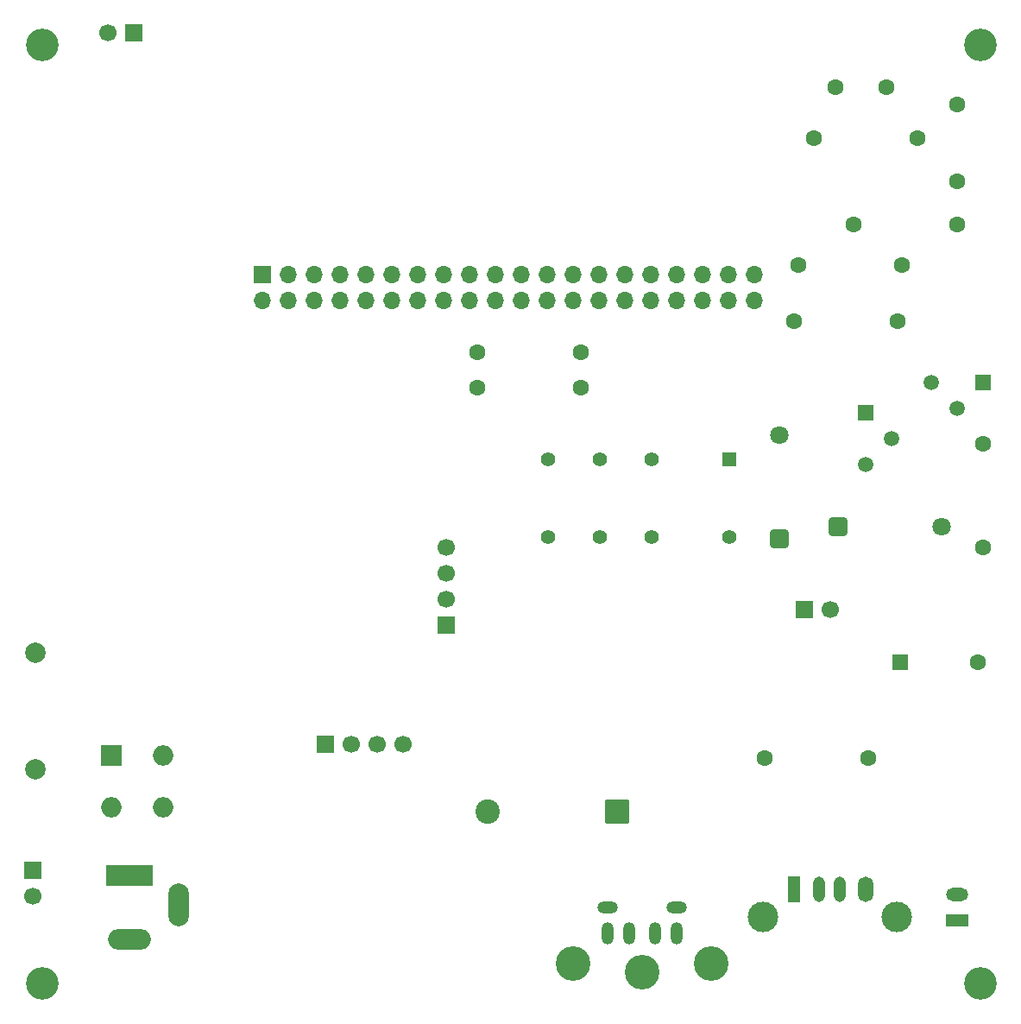
<source format=gbr>
%TF.GenerationSoftware,KiCad,Pcbnew,9.0.2*%
%TF.CreationDate,2025-10-25T15:21:40+02:00*%
%TF.ProjectId,VT100,50695a65-726f-45f5-9654-3130302e6b69,rev?*%
%TF.SameCoordinates,PX5e9ac00PYa0ca1c0*%
%TF.FileFunction,Soldermask,Bot*%
%TF.FilePolarity,Negative*%
%FSLAX46Y46*%
G04 Gerber Fmt 4.6, Leading zero omitted, Abs format (unit mm)*
G04 Created by KiCad (PCBNEW 9.0.2) date 2025-10-25 15:21:40*
%MOMM*%
%LPD*%
G01*
G04 APERTURE LIST*
G04 Aperture macros list*
%AMRoundRect*
0 Rectangle with rounded corners*
0 $1 Rounding radius*
0 $2 $3 $4 $5 $6 $7 $8 $9 X,Y pos of 4 corners*
0 Add a 4 corners polygon primitive as box body*
4,1,4,$2,$3,$4,$5,$6,$7,$8,$9,$2,$3,0*
0 Add four circle primitives for the rounded corners*
1,1,$1+$1,$2,$3*
1,1,$1+$1,$4,$5*
1,1,$1+$1,$6,$7*
1,1,$1+$1,$8,$9*
0 Add four rect primitives between the rounded corners*
20,1,$1+$1,$2,$3,$4,$5,0*
20,1,$1+$1,$4,$5,$6,$7,0*
20,1,$1+$1,$6,$7,$8,$9,0*
20,1,$1+$1,$8,$9,$2,$3,0*%
G04 Aperture macros list end*
%ADD10C,2.000000*%
%ADD11RoundRect,0.250000X-0.650000X-0.650000X0.650000X-0.650000X0.650000X0.650000X-0.650000X0.650000X0*%
%ADD12C,1.800000*%
%ADD13RoundRect,0.250000X0.650000X-0.650000X0.650000X0.650000X-0.650000X0.650000X-0.650000X-0.650000X0*%
%ADD14R,1.700000X1.700000*%
%ADD15C,1.700000*%
%ADD16O,1.700000X1.700000*%
%ADD17C,3.200000*%
%ADD18R,1.500000X1.500000*%
%ADD19C,1.500000*%
%ADD20C,1.600000*%
%ADD21O,1.200000X2.200000*%
%ADD22O,2.000000X1.200000*%
%ADD23C,3.400000*%
%ADD24R,2.200000X1.300000*%
%ADD25O,2.200000X1.300000*%
%ADD26R,4.600000X2.000000*%
%ADD27O,4.200000X2.000000*%
%ADD28O,2.000000X4.200000*%
%ADD29R,1.400000X1.400000*%
%ADD30C,1.400000*%
%ADD31R,1.600000X1.600000*%
%ADD32R,2.000000X2.000000*%
%ADD33O,2.000000X2.000000*%
%ADD34RoundRect,0.250001X0.949999X0.949999X-0.949999X0.949999X-0.949999X-0.949999X0.949999X-0.949999X0*%
%ADD35C,2.400000*%
%ADD36R,1.300000X2.500000*%
%ADD37O,1.200000X2.500000*%
%ADD38O,1.500000X2.500000*%
%ADD39C,3.000000*%
G04 APERTURE END LIST*
D10*
%TO.C,F1*%
X3300000Y24700000D03*
X3300000Y36100000D03*
%TD*%
D11*
%TO.C,D5*%
X82040000Y48500000D03*
D12*
X92200000Y48500000D03*
%TD*%
D13*
%TO.C,D4*%
X76340000Y47330000D03*
D12*
X76340000Y57490000D03*
%TD*%
D14*
%TO.C,J8*%
X12975000Y96900000D03*
D15*
X10435000Y96900000D03*
%TD*%
D14*
%TO.C,J1*%
X25570000Y73200000D03*
D16*
X25570000Y70660000D03*
X28110000Y73200000D03*
X28110000Y70660000D03*
X30650000Y73200000D03*
X30650000Y70660000D03*
X33190000Y73200000D03*
X33190000Y70660000D03*
X35730000Y73200000D03*
X35730000Y70660000D03*
X38270000Y73200000D03*
X38270000Y70660000D03*
X40810000Y73200000D03*
X40810000Y70660000D03*
X43350000Y73200000D03*
X43350000Y70660000D03*
X45890000Y73200000D03*
X45890000Y70660000D03*
X48430000Y73200000D03*
X48430000Y70660000D03*
X50970000Y73200000D03*
X50970000Y70660000D03*
X53510000Y73200000D03*
X53510000Y70660000D03*
X56050000Y73200000D03*
X56050000Y70660000D03*
X58590000Y73200000D03*
X58590000Y70660000D03*
X61130000Y73200000D03*
X61130000Y70660000D03*
X63670000Y73200000D03*
X63670000Y70660000D03*
X66210000Y73200000D03*
X66210000Y70660000D03*
X68750000Y73200000D03*
X68750000Y70660000D03*
X71290000Y73200000D03*
X71290000Y70660000D03*
X73830000Y73200000D03*
X73830000Y70660000D03*
%TD*%
D17*
%TO.C,H3*%
X4050000Y3700000D03*
%TD*%
D14*
%TO.C,J2*%
X31760000Y27150000D03*
D15*
X34300000Y27150000D03*
X36840000Y27150000D03*
X39380000Y27150000D03*
%TD*%
D18*
%TO.C,Q1*%
X84800000Y59680000D03*
D19*
X87340000Y57140000D03*
X84800000Y54600000D03*
%TD*%
D20*
%TO.C,C6*%
X93800000Y89850000D03*
X93800000Y82350000D03*
%TD*%
%TO.C,C5*%
X86800000Y91600000D03*
X81800000Y91600000D03*
%TD*%
D21*
%TO.C,J4*%
X64150000Y8600000D03*
X61550000Y8600000D03*
X66250000Y8600000D03*
X59450000Y8600000D03*
D22*
X66250000Y11100000D03*
X59450000Y11100000D03*
D23*
X69600000Y5600000D03*
X56100000Y5600000D03*
X62850000Y4800000D03*
%TD*%
D24*
%TO.C,D2*%
X93800000Y9830000D03*
D25*
X93800000Y12370000D03*
%TD*%
D18*
%TO.C,Q2*%
X96300000Y62600000D03*
D19*
X93760000Y60060000D03*
X91220000Y62600000D03*
%TD*%
D20*
%TO.C,R8*%
X79720000Y86600000D03*
X89880000Y86600000D03*
%TD*%
%TO.C,R3*%
X56880000Y65600000D03*
X46720000Y65600000D03*
%TD*%
D17*
%TO.C,H2*%
X96050000Y95700000D03*
%TD*%
%TO.C,H1*%
X4050000Y95700000D03*
%TD*%
D26*
%TO.C,J3*%
X12550000Y14300000D03*
D27*
X12550000Y8000000D03*
D28*
X17350000Y11400000D03*
%TD*%
D29*
%TO.C,K1*%
X71420000Y55100000D03*
D30*
X63800000Y55100000D03*
X58720000Y55100000D03*
X53640000Y55100000D03*
X53640000Y47480000D03*
X58720000Y47480000D03*
X63800000Y47480000D03*
X71420000Y47480000D03*
%TD*%
D20*
%TO.C,R4*%
X77720000Y68600000D03*
X87880000Y68600000D03*
%TD*%
D14*
%TO.C,J5*%
X78775000Y40350000D03*
D15*
X81315000Y40350000D03*
%TD*%
D31*
%TO.C,BZ1*%
X88150000Y35200000D03*
D20*
X95750000Y35200000D03*
%TD*%
D32*
%TO.C,D1*%
X10750000Y26030000D03*
D33*
X10750000Y20950000D03*
X15830000Y20950000D03*
X15830000Y26030000D03*
%TD*%
D34*
%TO.C,D3*%
X60400000Y20550000D03*
D35*
X47700000Y20550000D03*
%TD*%
D20*
%TO.C,R1*%
X74870000Y25800000D03*
X85030000Y25800000D03*
%TD*%
%TO.C,R10*%
X96300000Y56600000D03*
X96300000Y46440000D03*
%TD*%
D14*
%TO.C,J7*%
X43600000Y38850000D03*
D15*
X43600000Y41390000D03*
X43600000Y43930000D03*
X43600000Y46470000D03*
%TD*%
D20*
%TO.C,R9*%
X93800000Y78100000D03*
X83640000Y78100000D03*
%TD*%
D36*
%TO.C,J6*%
X77750000Y12940000D03*
D37*
X80250000Y12940000D03*
X82250000Y12940000D03*
D38*
X84750000Y12940000D03*
D39*
X74680000Y10230000D03*
X87820000Y10230000D03*
%TD*%
D20*
%TO.C,R2*%
X46720000Y62100000D03*
X56880000Y62100000D03*
%TD*%
D17*
%TO.C,H4*%
X96050000Y3700000D03*
%TD*%
D20*
%TO.C,R7*%
X78220000Y74100000D03*
X88380000Y74100000D03*
%TD*%
D14*
%TO.C,J9*%
X3100000Y14775000D03*
D15*
X3100000Y12235000D03*
%TD*%
M02*

</source>
